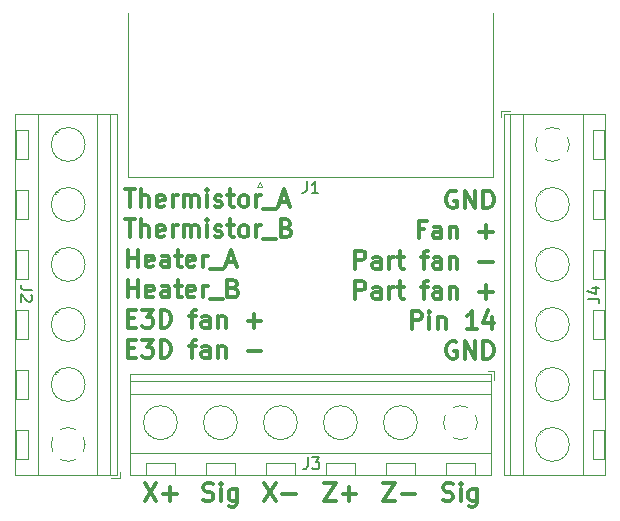
<source format=gbr>
%TF.GenerationSoftware,KiCad,Pcbnew,(5.0.2)-1*%
%TF.CreationDate,2019-01-23T22:57:56+01:00*%
%TF.ProjectId,VGA-Terminal,5647412d-5465-4726-9d69-6e616c2e6b69,rev?*%
%TF.SameCoordinates,Original*%
%TF.FileFunction,Legend,Top*%
%TF.FilePolarity,Positive*%
%FSLAX46Y46*%
G04 Gerber Fmt 4.6, Leading zero omitted, Abs format (unit mm)*
G04 Created by KiCad (PCBNEW (5.0.2)-1) date 23.01.2019 22:57:56*
%MOMM*%
%LPD*%
G01*
G04 APERTURE LIST*
%ADD10C,0.300000*%
%ADD11C,0.120000*%
%ADD12C,0.150000*%
G04 APERTURE END LIST*
D10*
X97837857Y-77303571D02*
X98695000Y-77303571D01*
X98266428Y-78803571D02*
X98266428Y-77303571D01*
X99195000Y-78803571D02*
X99195000Y-77303571D01*
X99837857Y-78803571D02*
X99837857Y-78017857D01*
X99766428Y-77875000D01*
X99623571Y-77803571D01*
X99409285Y-77803571D01*
X99266428Y-77875000D01*
X99195000Y-77946428D01*
X101123571Y-78732142D02*
X100980714Y-78803571D01*
X100695000Y-78803571D01*
X100552142Y-78732142D01*
X100480714Y-78589285D01*
X100480714Y-78017857D01*
X100552142Y-77875000D01*
X100695000Y-77803571D01*
X100980714Y-77803571D01*
X101123571Y-77875000D01*
X101195000Y-78017857D01*
X101195000Y-78160714D01*
X100480714Y-78303571D01*
X101837857Y-78803571D02*
X101837857Y-77803571D01*
X101837857Y-78089285D02*
X101909285Y-77946428D01*
X101980714Y-77875000D01*
X102123571Y-77803571D01*
X102266428Y-77803571D01*
X102766428Y-78803571D02*
X102766428Y-77803571D01*
X102766428Y-77946428D02*
X102837857Y-77875000D01*
X102980714Y-77803571D01*
X103195000Y-77803571D01*
X103337857Y-77875000D01*
X103409285Y-78017857D01*
X103409285Y-78803571D01*
X103409285Y-78017857D02*
X103480714Y-77875000D01*
X103623571Y-77803571D01*
X103837857Y-77803571D01*
X103980714Y-77875000D01*
X104052142Y-78017857D01*
X104052142Y-78803571D01*
X104766428Y-78803571D02*
X104766428Y-77803571D01*
X104766428Y-77303571D02*
X104695000Y-77375000D01*
X104766428Y-77446428D01*
X104837857Y-77375000D01*
X104766428Y-77303571D01*
X104766428Y-77446428D01*
X105409285Y-78732142D02*
X105552142Y-78803571D01*
X105837857Y-78803571D01*
X105980714Y-78732142D01*
X106052142Y-78589285D01*
X106052142Y-78517857D01*
X105980714Y-78375000D01*
X105837857Y-78303571D01*
X105623571Y-78303571D01*
X105480714Y-78232142D01*
X105409285Y-78089285D01*
X105409285Y-78017857D01*
X105480714Y-77875000D01*
X105623571Y-77803571D01*
X105837857Y-77803571D01*
X105980714Y-77875000D01*
X106480714Y-77803571D02*
X107052142Y-77803571D01*
X106695000Y-77303571D02*
X106695000Y-78589285D01*
X106766428Y-78732142D01*
X106909285Y-78803571D01*
X107052142Y-78803571D01*
X107766428Y-78803571D02*
X107623571Y-78732142D01*
X107552142Y-78660714D01*
X107480714Y-78517857D01*
X107480714Y-78089285D01*
X107552142Y-77946428D01*
X107623571Y-77875000D01*
X107766428Y-77803571D01*
X107980714Y-77803571D01*
X108123571Y-77875000D01*
X108195000Y-77946428D01*
X108266428Y-78089285D01*
X108266428Y-78517857D01*
X108195000Y-78660714D01*
X108123571Y-78732142D01*
X107980714Y-78803571D01*
X107766428Y-78803571D01*
X108909285Y-78803571D02*
X108909285Y-77803571D01*
X108909285Y-78089285D02*
X108980714Y-77946428D01*
X109052142Y-77875000D01*
X109195000Y-77803571D01*
X109337857Y-77803571D01*
X109480714Y-78946428D02*
X110623571Y-78946428D01*
X110909285Y-78375000D02*
X111623571Y-78375000D01*
X110766428Y-78803571D02*
X111266428Y-77303571D01*
X111766428Y-78803571D01*
X97837857Y-79853571D02*
X98695000Y-79853571D01*
X98266428Y-81353571D02*
X98266428Y-79853571D01*
X99195000Y-81353571D02*
X99195000Y-79853571D01*
X99837857Y-81353571D02*
X99837857Y-80567857D01*
X99766428Y-80425000D01*
X99623571Y-80353571D01*
X99409285Y-80353571D01*
X99266428Y-80425000D01*
X99195000Y-80496428D01*
X101123571Y-81282142D02*
X100980714Y-81353571D01*
X100695000Y-81353571D01*
X100552142Y-81282142D01*
X100480714Y-81139285D01*
X100480714Y-80567857D01*
X100552142Y-80425000D01*
X100695000Y-80353571D01*
X100980714Y-80353571D01*
X101123571Y-80425000D01*
X101195000Y-80567857D01*
X101195000Y-80710714D01*
X100480714Y-80853571D01*
X101837857Y-81353571D02*
X101837857Y-80353571D01*
X101837857Y-80639285D02*
X101909285Y-80496428D01*
X101980714Y-80425000D01*
X102123571Y-80353571D01*
X102266428Y-80353571D01*
X102766428Y-81353571D02*
X102766428Y-80353571D01*
X102766428Y-80496428D02*
X102837857Y-80425000D01*
X102980714Y-80353571D01*
X103195000Y-80353571D01*
X103337857Y-80425000D01*
X103409285Y-80567857D01*
X103409285Y-81353571D01*
X103409285Y-80567857D02*
X103480714Y-80425000D01*
X103623571Y-80353571D01*
X103837857Y-80353571D01*
X103980714Y-80425000D01*
X104052142Y-80567857D01*
X104052142Y-81353571D01*
X104766428Y-81353571D02*
X104766428Y-80353571D01*
X104766428Y-79853571D02*
X104695000Y-79925000D01*
X104766428Y-79996428D01*
X104837857Y-79925000D01*
X104766428Y-79853571D01*
X104766428Y-79996428D01*
X105409285Y-81282142D02*
X105552142Y-81353571D01*
X105837857Y-81353571D01*
X105980714Y-81282142D01*
X106052142Y-81139285D01*
X106052142Y-81067857D01*
X105980714Y-80925000D01*
X105837857Y-80853571D01*
X105623571Y-80853571D01*
X105480714Y-80782142D01*
X105409285Y-80639285D01*
X105409285Y-80567857D01*
X105480714Y-80425000D01*
X105623571Y-80353571D01*
X105837857Y-80353571D01*
X105980714Y-80425000D01*
X106480714Y-80353571D02*
X107052142Y-80353571D01*
X106695000Y-79853571D02*
X106695000Y-81139285D01*
X106766428Y-81282142D01*
X106909285Y-81353571D01*
X107052142Y-81353571D01*
X107766428Y-81353571D02*
X107623571Y-81282142D01*
X107552142Y-81210714D01*
X107480714Y-81067857D01*
X107480714Y-80639285D01*
X107552142Y-80496428D01*
X107623571Y-80425000D01*
X107766428Y-80353571D01*
X107980714Y-80353571D01*
X108123571Y-80425000D01*
X108195000Y-80496428D01*
X108266428Y-80639285D01*
X108266428Y-81067857D01*
X108195000Y-81210714D01*
X108123571Y-81282142D01*
X107980714Y-81353571D01*
X107766428Y-81353571D01*
X108909285Y-81353571D02*
X108909285Y-80353571D01*
X108909285Y-80639285D02*
X108980714Y-80496428D01*
X109052142Y-80425000D01*
X109195000Y-80353571D01*
X109337857Y-80353571D01*
X109480714Y-81496428D02*
X110623571Y-81496428D01*
X111480714Y-80567857D02*
X111695000Y-80639285D01*
X111766428Y-80710714D01*
X111837857Y-80853571D01*
X111837857Y-81067857D01*
X111766428Y-81210714D01*
X111695000Y-81282142D01*
X111552142Y-81353571D01*
X110980714Y-81353571D01*
X110980714Y-79853571D01*
X111480714Y-79853571D01*
X111623571Y-79925000D01*
X111695000Y-79996428D01*
X111766428Y-80139285D01*
X111766428Y-80282142D01*
X111695000Y-80425000D01*
X111623571Y-80496428D01*
X111480714Y-80567857D01*
X110980714Y-80567857D01*
X98052142Y-83903571D02*
X98052142Y-82403571D01*
X98052142Y-83117857D02*
X98909285Y-83117857D01*
X98909285Y-83903571D02*
X98909285Y-82403571D01*
X100195000Y-83832142D02*
X100052142Y-83903571D01*
X99766428Y-83903571D01*
X99623571Y-83832142D01*
X99552142Y-83689285D01*
X99552142Y-83117857D01*
X99623571Y-82975000D01*
X99766428Y-82903571D01*
X100052142Y-82903571D01*
X100195000Y-82975000D01*
X100266428Y-83117857D01*
X100266428Y-83260714D01*
X99552142Y-83403571D01*
X101552142Y-83903571D02*
X101552142Y-83117857D01*
X101480714Y-82975000D01*
X101337857Y-82903571D01*
X101052142Y-82903571D01*
X100909285Y-82975000D01*
X101552142Y-83832142D02*
X101409285Y-83903571D01*
X101052142Y-83903571D01*
X100909285Y-83832142D01*
X100837857Y-83689285D01*
X100837857Y-83546428D01*
X100909285Y-83403571D01*
X101052142Y-83332142D01*
X101409285Y-83332142D01*
X101552142Y-83260714D01*
X102052142Y-82903571D02*
X102623571Y-82903571D01*
X102266428Y-82403571D02*
X102266428Y-83689285D01*
X102337857Y-83832142D01*
X102480714Y-83903571D01*
X102623571Y-83903571D01*
X103695000Y-83832142D02*
X103552142Y-83903571D01*
X103266428Y-83903571D01*
X103123571Y-83832142D01*
X103052142Y-83689285D01*
X103052142Y-83117857D01*
X103123571Y-82975000D01*
X103266428Y-82903571D01*
X103552142Y-82903571D01*
X103695000Y-82975000D01*
X103766428Y-83117857D01*
X103766428Y-83260714D01*
X103052142Y-83403571D01*
X104409285Y-83903571D02*
X104409285Y-82903571D01*
X104409285Y-83189285D02*
X104480714Y-83046428D01*
X104552142Y-82975000D01*
X104695000Y-82903571D01*
X104837857Y-82903571D01*
X104980714Y-84046428D02*
X106123571Y-84046428D01*
X106409285Y-83475000D02*
X107123571Y-83475000D01*
X106266428Y-83903571D02*
X106766428Y-82403571D01*
X107266428Y-83903571D01*
X98052142Y-86453571D02*
X98052142Y-84953571D01*
X98052142Y-85667857D02*
X98909285Y-85667857D01*
X98909285Y-86453571D02*
X98909285Y-84953571D01*
X100195000Y-86382142D02*
X100052142Y-86453571D01*
X99766428Y-86453571D01*
X99623571Y-86382142D01*
X99552142Y-86239285D01*
X99552142Y-85667857D01*
X99623571Y-85525000D01*
X99766428Y-85453571D01*
X100052142Y-85453571D01*
X100195000Y-85525000D01*
X100266428Y-85667857D01*
X100266428Y-85810714D01*
X99552142Y-85953571D01*
X101552142Y-86453571D02*
X101552142Y-85667857D01*
X101480714Y-85525000D01*
X101337857Y-85453571D01*
X101052142Y-85453571D01*
X100909285Y-85525000D01*
X101552142Y-86382142D02*
X101409285Y-86453571D01*
X101052142Y-86453571D01*
X100909285Y-86382142D01*
X100837857Y-86239285D01*
X100837857Y-86096428D01*
X100909285Y-85953571D01*
X101052142Y-85882142D01*
X101409285Y-85882142D01*
X101552142Y-85810714D01*
X102052142Y-85453571D02*
X102623571Y-85453571D01*
X102266428Y-84953571D02*
X102266428Y-86239285D01*
X102337857Y-86382142D01*
X102480714Y-86453571D01*
X102623571Y-86453571D01*
X103695000Y-86382142D02*
X103552142Y-86453571D01*
X103266428Y-86453571D01*
X103123571Y-86382142D01*
X103052142Y-86239285D01*
X103052142Y-85667857D01*
X103123571Y-85525000D01*
X103266428Y-85453571D01*
X103552142Y-85453571D01*
X103695000Y-85525000D01*
X103766428Y-85667857D01*
X103766428Y-85810714D01*
X103052142Y-85953571D01*
X104409285Y-86453571D02*
X104409285Y-85453571D01*
X104409285Y-85739285D02*
X104480714Y-85596428D01*
X104552142Y-85525000D01*
X104695000Y-85453571D01*
X104837857Y-85453571D01*
X104980714Y-86596428D02*
X106123571Y-86596428D01*
X106980714Y-85667857D02*
X107195000Y-85739285D01*
X107266428Y-85810714D01*
X107337857Y-85953571D01*
X107337857Y-86167857D01*
X107266428Y-86310714D01*
X107195000Y-86382142D01*
X107052142Y-86453571D01*
X106480714Y-86453571D01*
X106480714Y-84953571D01*
X106980714Y-84953571D01*
X107123571Y-85025000D01*
X107195000Y-85096428D01*
X107266428Y-85239285D01*
X107266428Y-85382142D01*
X107195000Y-85525000D01*
X107123571Y-85596428D01*
X106980714Y-85667857D01*
X106480714Y-85667857D01*
X98052142Y-88217857D02*
X98552142Y-88217857D01*
X98766428Y-89003571D02*
X98052142Y-89003571D01*
X98052142Y-87503571D01*
X98766428Y-87503571D01*
X99266428Y-87503571D02*
X100195000Y-87503571D01*
X99695000Y-88075000D01*
X99909285Y-88075000D01*
X100052142Y-88146428D01*
X100123571Y-88217857D01*
X100195000Y-88360714D01*
X100195000Y-88717857D01*
X100123571Y-88860714D01*
X100052142Y-88932142D01*
X99909285Y-89003571D01*
X99480714Y-89003571D01*
X99337857Y-88932142D01*
X99266428Y-88860714D01*
X100837857Y-89003571D02*
X100837857Y-87503571D01*
X101195000Y-87503571D01*
X101409285Y-87575000D01*
X101552142Y-87717857D01*
X101623571Y-87860714D01*
X101695000Y-88146428D01*
X101695000Y-88360714D01*
X101623571Y-88646428D01*
X101552142Y-88789285D01*
X101409285Y-88932142D01*
X101195000Y-89003571D01*
X100837857Y-89003571D01*
X103266428Y-88003571D02*
X103837857Y-88003571D01*
X103480714Y-89003571D02*
X103480714Y-87717857D01*
X103552142Y-87575000D01*
X103695000Y-87503571D01*
X103837857Y-87503571D01*
X104980714Y-89003571D02*
X104980714Y-88217857D01*
X104909285Y-88075000D01*
X104766428Y-88003571D01*
X104480714Y-88003571D01*
X104337857Y-88075000D01*
X104980714Y-88932142D02*
X104837857Y-89003571D01*
X104480714Y-89003571D01*
X104337857Y-88932142D01*
X104266428Y-88789285D01*
X104266428Y-88646428D01*
X104337857Y-88503571D01*
X104480714Y-88432142D01*
X104837857Y-88432142D01*
X104980714Y-88360714D01*
X105695000Y-88003571D02*
X105695000Y-89003571D01*
X105695000Y-88146428D02*
X105766428Y-88075000D01*
X105909285Y-88003571D01*
X106123571Y-88003571D01*
X106266428Y-88075000D01*
X106337857Y-88217857D01*
X106337857Y-89003571D01*
X108195000Y-88432142D02*
X109337857Y-88432142D01*
X108766428Y-89003571D02*
X108766428Y-87860714D01*
X98052142Y-90767857D02*
X98552142Y-90767857D01*
X98766428Y-91553571D02*
X98052142Y-91553571D01*
X98052142Y-90053571D01*
X98766428Y-90053571D01*
X99266428Y-90053571D02*
X100195000Y-90053571D01*
X99695000Y-90625000D01*
X99909285Y-90625000D01*
X100052142Y-90696428D01*
X100123571Y-90767857D01*
X100195000Y-90910714D01*
X100195000Y-91267857D01*
X100123571Y-91410714D01*
X100052142Y-91482142D01*
X99909285Y-91553571D01*
X99480714Y-91553571D01*
X99337857Y-91482142D01*
X99266428Y-91410714D01*
X100837857Y-91553571D02*
X100837857Y-90053571D01*
X101195000Y-90053571D01*
X101409285Y-90125000D01*
X101552142Y-90267857D01*
X101623571Y-90410714D01*
X101695000Y-90696428D01*
X101695000Y-90910714D01*
X101623571Y-91196428D01*
X101552142Y-91339285D01*
X101409285Y-91482142D01*
X101195000Y-91553571D01*
X100837857Y-91553571D01*
X103266428Y-90553571D02*
X103837857Y-90553571D01*
X103480714Y-91553571D02*
X103480714Y-90267857D01*
X103552142Y-90125000D01*
X103695000Y-90053571D01*
X103837857Y-90053571D01*
X104980714Y-91553571D02*
X104980714Y-90767857D01*
X104909285Y-90625000D01*
X104766428Y-90553571D01*
X104480714Y-90553571D01*
X104337857Y-90625000D01*
X104980714Y-91482142D02*
X104837857Y-91553571D01*
X104480714Y-91553571D01*
X104337857Y-91482142D01*
X104266428Y-91339285D01*
X104266428Y-91196428D01*
X104337857Y-91053571D01*
X104480714Y-90982142D01*
X104837857Y-90982142D01*
X104980714Y-90910714D01*
X105695000Y-90553571D02*
X105695000Y-91553571D01*
X105695000Y-90696428D02*
X105766428Y-90625000D01*
X105909285Y-90553571D01*
X106123571Y-90553571D01*
X106266428Y-90625000D01*
X106337857Y-90767857D01*
X106337857Y-91553571D01*
X108195000Y-90982142D02*
X109337857Y-90982142D01*
X125876428Y-77475000D02*
X125733571Y-77403571D01*
X125519285Y-77403571D01*
X125305000Y-77475000D01*
X125162142Y-77617857D01*
X125090714Y-77760714D01*
X125019285Y-78046428D01*
X125019285Y-78260714D01*
X125090714Y-78546428D01*
X125162142Y-78689285D01*
X125305000Y-78832142D01*
X125519285Y-78903571D01*
X125662142Y-78903571D01*
X125876428Y-78832142D01*
X125947857Y-78760714D01*
X125947857Y-78260714D01*
X125662142Y-78260714D01*
X126590714Y-78903571D02*
X126590714Y-77403571D01*
X127447857Y-78903571D01*
X127447857Y-77403571D01*
X128162142Y-78903571D02*
X128162142Y-77403571D01*
X128519285Y-77403571D01*
X128733571Y-77475000D01*
X128876428Y-77617857D01*
X128947857Y-77760714D01*
X129019285Y-78046428D01*
X129019285Y-78260714D01*
X128947857Y-78546428D01*
X128876428Y-78689285D01*
X128733571Y-78832142D01*
X128519285Y-78903571D01*
X128162142Y-78903571D01*
X123162142Y-80667857D02*
X122662142Y-80667857D01*
X122662142Y-81453571D02*
X122662142Y-79953571D01*
X123376428Y-79953571D01*
X124590714Y-81453571D02*
X124590714Y-80667857D01*
X124519285Y-80525000D01*
X124376428Y-80453571D01*
X124090714Y-80453571D01*
X123947857Y-80525000D01*
X124590714Y-81382142D02*
X124447857Y-81453571D01*
X124090714Y-81453571D01*
X123947857Y-81382142D01*
X123876428Y-81239285D01*
X123876428Y-81096428D01*
X123947857Y-80953571D01*
X124090714Y-80882142D01*
X124447857Y-80882142D01*
X124590714Y-80810714D01*
X125305000Y-80453571D02*
X125305000Y-81453571D01*
X125305000Y-80596428D02*
X125376428Y-80525000D01*
X125519285Y-80453571D01*
X125733571Y-80453571D01*
X125876428Y-80525000D01*
X125947857Y-80667857D01*
X125947857Y-81453571D01*
X127805000Y-80882142D02*
X128947857Y-80882142D01*
X128376428Y-81453571D02*
X128376428Y-80310714D01*
X117305000Y-84003571D02*
X117305000Y-82503571D01*
X117876428Y-82503571D01*
X118019285Y-82575000D01*
X118090714Y-82646428D01*
X118162142Y-82789285D01*
X118162142Y-83003571D01*
X118090714Y-83146428D01*
X118019285Y-83217857D01*
X117876428Y-83289285D01*
X117305000Y-83289285D01*
X119447857Y-84003571D02*
X119447857Y-83217857D01*
X119376428Y-83075000D01*
X119233571Y-83003571D01*
X118947857Y-83003571D01*
X118805000Y-83075000D01*
X119447857Y-83932142D02*
X119305000Y-84003571D01*
X118947857Y-84003571D01*
X118805000Y-83932142D01*
X118733571Y-83789285D01*
X118733571Y-83646428D01*
X118805000Y-83503571D01*
X118947857Y-83432142D01*
X119305000Y-83432142D01*
X119447857Y-83360714D01*
X120162142Y-84003571D02*
X120162142Y-83003571D01*
X120162142Y-83289285D02*
X120233571Y-83146428D01*
X120305000Y-83075000D01*
X120447857Y-83003571D01*
X120590714Y-83003571D01*
X120876428Y-83003571D02*
X121447857Y-83003571D01*
X121090714Y-82503571D02*
X121090714Y-83789285D01*
X121162142Y-83932142D01*
X121305000Y-84003571D01*
X121447857Y-84003571D01*
X122876428Y-83003571D02*
X123447857Y-83003571D01*
X123090714Y-84003571D02*
X123090714Y-82717857D01*
X123162142Y-82575000D01*
X123305000Y-82503571D01*
X123447857Y-82503571D01*
X124590714Y-84003571D02*
X124590714Y-83217857D01*
X124519285Y-83075000D01*
X124376428Y-83003571D01*
X124090714Y-83003571D01*
X123947857Y-83075000D01*
X124590714Y-83932142D02*
X124447857Y-84003571D01*
X124090714Y-84003571D01*
X123947857Y-83932142D01*
X123876428Y-83789285D01*
X123876428Y-83646428D01*
X123947857Y-83503571D01*
X124090714Y-83432142D01*
X124447857Y-83432142D01*
X124590714Y-83360714D01*
X125305000Y-83003571D02*
X125305000Y-84003571D01*
X125305000Y-83146428D02*
X125376428Y-83075000D01*
X125519285Y-83003571D01*
X125733571Y-83003571D01*
X125876428Y-83075000D01*
X125947857Y-83217857D01*
X125947857Y-84003571D01*
X127805000Y-83432142D02*
X128947857Y-83432142D01*
X117305000Y-86553571D02*
X117305000Y-85053571D01*
X117876428Y-85053571D01*
X118019285Y-85125000D01*
X118090714Y-85196428D01*
X118162142Y-85339285D01*
X118162142Y-85553571D01*
X118090714Y-85696428D01*
X118019285Y-85767857D01*
X117876428Y-85839285D01*
X117305000Y-85839285D01*
X119447857Y-86553571D02*
X119447857Y-85767857D01*
X119376428Y-85625000D01*
X119233571Y-85553571D01*
X118947857Y-85553571D01*
X118805000Y-85625000D01*
X119447857Y-86482142D02*
X119305000Y-86553571D01*
X118947857Y-86553571D01*
X118805000Y-86482142D01*
X118733571Y-86339285D01*
X118733571Y-86196428D01*
X118805000Y-86053571D01*
X118947857Y-85982142D01*
X119305000Y-85982142D01*
X119447857Y-85910714D01*
X120162142Y-86553571D02*
X120162142Y-85553571D01*
X120162142Y-85839285D02*
X120233571Y-85696428D01*
X120305000Y-85625000D01*
X120447857Y-85553571D01*
X120590714Y-85553571D01*
X120876428Y-85553571D02*
X121447857Y-85553571D01*
X121090714Y-85053571D02*
X121090714Y-86339285D01*
X121162142Y-86482142D01*
X121305000Y-86553571D01*
X121447857Y-86553571D01*
X122876428Y-85553571D02*
X123447857Y-85553571D01*
X123090714Y-86553571D02*
X123090714Y-85267857D01*
X123162142Y-85125000D01*
X123305000Y-85053571D01*
X123447857Y-85053571D01*
X124590714Y-86553571D02*
X124590714Y-85767857D01*
X124519285Y-85625000D01*
X124376428Y-85553571D01*
X124090714Y-85553571D01*
X123947857Y-85625000D01*
X124590714Y-86482142D02*
X124447857Y-86553571D01*
X124090714Y-86553571D01*
X123947857Y-86482142D01*
X123876428Y-86339285D01*
X123876428Y-86196428D01*
X123947857Y-86053571D01*
X124090714Y-85982142D01*
X124447857Y-85982142D01*
X124590714Y-85910714D01*
X125305000Y-85553571D02*
X125305000Y-86553571D01*
X125305000Y-85696428D02*
X125376428Y-85625000D01*
X125519285Y-85553571D01*
X125733571Y-85553571D01*
X125876428Y-85625000D01*
X125947857Y-85767857D01*
X125947857Y-86553571D01*
X127805000Y-85982142D02*
X128947857Y-85982142D01*
X128376428Y-86553571D02*
X128376428Y-85410714D01*
X122090714Y-89103571D02*
X122090714Y-87603571D01*
X122662142Y-87603571D01*
X122805000Y-87675000D01*
X122876428Y-87746428D01*
X122947857Y-87889285D01*
X122947857Y-88103571D01*
X122876428Y-88246428D01*
X122805000Y-88317857D01*
X122662142Y-88389285D01*
X122090714Y-88389285D01*
X123590714Y-89103571D02*
X123590714Y-88103571D01*
X123590714Y-87603571D02*
X123519285Y-87675000D01*
X123590714Y-87746428D01*
X123662142Y-87675000D01*
X123590714Y-87603571D01*
X123590714Y-87746428D01*
X124305000Y-88103571D02*
X124305000Y-89103571D01*
X124305000Y-88246428D02*
X124376428Y-88175000D01*
X124519285Y-88103571D01*
X124733571Y-88103571D01*
X124876428Y-88175000D01*
X124947857Y-88317857D01*
X124947857Y-89103571D01*
X127590714Y-89103571D02*
X126733571Y-89103571D01*
X127162142Y-89103571D02*
X127162142Y-87603571D01*
X127019285Y-87817857D01*
X126876428Y-87960714D01*
X126733571Y-88032142D01*
X128876428Y-88103571D02*
X128876428Y-89103571D01*
X128519285Y-87532142D02*
X128162142Y-88603571D01*
X129090714Y-88603571D01*
X125876428Y-90225000D02*
X125733571Y-90153571D01*
X125519285Y-90153571D01*
X125305000Y-90225000D01*
X125162142Y-90367857D01*
X125090714Y-90510714D01*
X125019285Y-90796428D01*
X125019285Y-91010714D01*
X125090714Y-91296428D01*
X125162142Y-91439285D01*
X125305000Y-91582142D01*
X125519285Y-91653571D01*
X125662142Y-91653571D01*
X125876428Y-91582142D01*
X125947857Y-91510714D01*
X125947857Y-91010714D01*
X125662142Y-91010714D01*
X126590714Y-91653571D02*
X126590714Y-90153571D01*
X127447857Y-91653571D01*
X127447857Y-90153571D01*
X128162142Y-91653571D02*
X128162142Y-90153571D01*
X128519285Y-90153571D01*
X128733571Y-90225000D01*
X128876428Y-90367857D01*
X128947857Y-90510714D01*
X129019285Y-90796428D01*
X129019285Y-91010714D01*
X128947857Y-91296428D01*
X128876428Y-91439285D01*
X128733571Y-91582142D01*
X128519285Y-91653571D01*
X128162142Y-91653571D01*
X124735714Y-103607142D02*
X124950000Y-103678571D01*
X125307142Y-103678571D01*
X125450000Y-103607142D01*
X125521428Y-103535714D01*
X125592857Y-103392857D01*
X125592857Y-103250000D01*
X125521428Y-103107142D01*
X125450000Y-103035714D01*
X125307142Y-102964285D01*
X125021428Y-102892857D01*
X124878571Y-102821428D01*
X124807142Y-102750000D01*
X124735714Y-102607142D01*
X124735714Y-102464285D01*
X124807142Y-102321428D01*
X124878571Y-102250000D01*
X125021428Y-102178571D01*
X125378571Y-102178571D01*
X125592857Y-102250000D01*
X126235714Y-103678571D02*
X126235714Y-102678571D01*
X126235714Y-102178571D02*
X126164285Y-102250000D01*
X126235714Y-102321428D01*
X126307142Y-102250000D01*
X126235714Y-102178571D01*
X126235714Y-102321428D01*
X127592857Y-102678571D02*
X127592857Y-103892857D01*
X127521428Y-104035714D01*
X127450000Y-104107142D01*
X127307142Y-104178571D01*
X127092857Y-104178571D01*
X126950000Y-104107142D01*
X127592857Y-103607142D02*
X127450000Y-103678571D01*
X127164285Y-103678571D01*
X127021428Y-103607142D01*
X126950000Y-103535714D01*
X126878571Y-103392857D01*
X126878571Y-102964285D01*
X126950000Y-102821428D01*
X127021428Y-102750000D01*
X127164285Y-102678571D01*
X127450000Y-102678571D01*
X127592857Y-102750000D01*
X119653228Y-102175571D02*
X120653228Y-102175571D01*
X119653228Y-103675571D01*
X120653228Y-103675571D01*
X121224657Y-103104142D02*
X122367514Y-103104142D01*
X114671428Y-102178571D02*
X115671428Y-102178571D01*
X114671428Y-103678571D01*
X115671428Y-103678571D01*
X116242857Y-103107142D02*
X117385714Y-103107142D01*
X116814285Y-103678571D02*
X116814285Y-102535714D01*
X109569428Y-102150171D02*
X110569428Y-103650171D01*
X110569428Y-102150171D02*
X109569428Y-103650171D01*
X111140857Y-103078742D02*
X112283714Y-103078742D01*
X104435714Y-103607142D02*
X104650000Y-103678571D01*
X105007142Y-103678571D01*
X105150000Y-103607142D01*
X105221428Y-103535714D01*
X105292857Y-103392857D01*
X105292857Y-103250000D01*
X105221428Y-103107142D01*
X105150000Y-103035714D01*
X105007142Y-102964285D01*
X104721428Y-102892857D01*
X104578571Y-102821428D01*
X104507142Y-102750000D01*
X104435714Y-102607142D01*
X104435714Y-102464285D01*
X104507142Y-102321428D01*
X104578571Y-102250000D01*
X104721428Y-102178571D01*
X105078571Y-102178571D01*
X105292857Y-102250000D01*
X105935714Y-103678571D02*
X105935714Y-102678571D01*
X105935714Y-102178571D02*
X105864285Y-102250000D01*
X105935714Y-102321428D01*
X106007142Y-102250000D01*
X105935714Y-102178571D01*
X105935714Y-102321428D01*
X107292857Y-102678571D02*
X107292857Y-103892857D01*
X107221428Y-104035714D01*
X107150000Y-104107142D01*
X107007142Y-104178571D01*
X106792857Y-104178571D01*
X106650000Y-104107142D01*
X107292857Y-103607142D02*
X107150000Y-103678571D01*
X106864285Y-103678571D01*
X106721428Y-103607142D01*
X106650000Y-103535714D01*
X106578571Y-103392857D01*
X106578571Y-102964285D01*
X106650000Y-102821428D01*
X106721428Y-102750000D01*
X106864285Y-102678571D01*
X107150000Y-102678571D01*
X107292857Y-102750000D01*
X99471428Y-102178571D02*
X100471428Y-103678571D01*
X100471428Y-102178571D02*
X99471428Y-103678571D01*
X101042857Y-103107142D02*
X102185714Y-103107142D01*
X101614285Y-103678571D02*
X101614285Y-102535714D01*
D11*
X129650000Y-70660000D02*
X129650000Y-71160000D01*
X130390000Y-70660000D02*
X129650000Y-70660000D01*
X138400000Y-100150000D02*
X137400000Y-100150000D01*
X138400000Y-97650000D02*
X137400000Y-97650000D01*
X137400000Y-97650000D02*
X137400000Y-100150000D01*
X138400000Y-97650000D02*
X138400000Y-100150000D01*
X133150000Y-97876000D02*
X133090000Y-97816000D01*
X135085000Y-99811000D02*
X135045000Y-99771000D01*
X132955000Y-98030000D02*
X132915000Y-97990000D01*
X134910000Y-99985000D02*
X134851000Y-99925000D01*
X138400000Y-95070000D02*
X137400000Y-95070000D01*
X138400000Y-92570000D02*
X137400000Y-92570000D01*
X137400000Y-92570000D02*
X137400000Y-95070000D01*
X138400000Y-92570000D02*
X138400000Y-95070000D01*
X133150000Y-92796000D02*
X133090000Y-92736000D01*
X135085000Y-94731000D02*
X135045000Y-94691000D01*
X132955000Y-92950000D02*
X132915000Y-92910000D01*
X134910000Y-94905000D02*
X134851000Y-94845000D01*
X138400000Y-89990000D02*
X137400000Y-89990000D01*
X138400000Y-87490000D02*
X137400000Y-87490000D01*
X137400000Y-87490000D02*
X137400000Y-89990000D01*
X138400000Y-87490000D02*
X138400000Y-89990000D01*
X133150000Y-87716000D02*
X133090000Y-87656000D01*
X135085000Y-89651000D02*
X135045000Y-89611000D01*
X132955000Y-87870000D02*
X132915000Y-87830000D01*
X134910000Y-89825000D02*
X134851000Y-89765000D01*
X138400000Y-84910000D02*
X137400000Y-84910000D01*
X138400000Y-82410000D02*
X137400000Y-82410000D01*
X137400000Y-82410000D02*
X137400000Y-84910000D01*
X138400000Y-82410000D02*
X138400000Y-84910000D01*
X133150000Y-82636000D02*
X133090000Y-82576000D01*
X135085000Y-84571000D02*
X135045000Y-84531000D01*
X132955000Y-82790000D02*
X132915000Y-82750000D01*
X134910000Y-84745000D02*
X134851000Y-84685000D01*
X138400000Y-79830000D02*
X137400000Y-79830000D01*
X138400000Y-77330000D02*
X137400000Y-77330000D01*
X137400000Y-77330000D02*
X137400000Y-79830000D01*
X138400000Y-77330000D02*
X138400000Y-79830000D01*
X133150000Y-77556000D02*
X133090000Y-77496000D01*
X135085000Y-79491000D02*
X135045000Y-79451000D01*
X132955000Y-77710000D02*
X132915000Y-77670000D01*
X134910000Y-79665000D02*
X134851000Y-79605000D01*
X138400000Y-74750000D02*
X137400000Y-74750000D01*
X138400000Y-72250000D02*
X137400000Y-72250000D01*
X137400000Y-72250000D02*
X137400000Y-74750000D01*
X138400000Y-72250000D02*
X138400000Y-74750000D01*
X138460000Y-101500000D02*
X129890000Y-101500000D01*
X138460000Y-70900000D02*
X129890000Y-70900000D01*
X129890000Y-70900000D02*
X129890000Y-101500000D01*
X138460000Y-70900000D02*
X138460000Y-101500000D01*
X136550000Y-70900000D02*
X136550000Y-101500000D01*
X131550000Y-70900000D02*
X131550000Y-101500000D01*
X130450000Y-70900000D02*
X130450000Y-101500000D01*
X135430000Y-98900000D02*
G75*
G03X135430000Y-98900000I-1430000J0D01*
G01*
X135430000Y-93820000D02*
G75*
G03X135430000Y-93820000I-1430000J0D01*
G01*
X135430000Y-88740000D02*
G75*
G03X135430000Y-88740000I-1430000J0D01*
G01*
X135430000Y-83660000D02*
G75*
G03X135430000Y-83660000I-1430000J0D01*
G01*
X135430000Y-78580000D02*
G75*
G03X135430000Y-78580000I-1430000J0D01*
G01*
X132569060Y-73524280D02*
G75*
G02X132714000Y-72872000I1430940J24280D01*
G01*
X133373254Y-72213389D02*
G75*
G02X134628000Y-72214000I626746J-1286611D01*
G01*
X135285824Y-72872638D02*
G75*
G02X135286000Y-74127000I-1285824J-627362D01*
G01*
X134627362Y-74785824D02*
G75*
G02X133373000Y-74786000I-627362J1285824D01*
G01*
X132714725Y-74126871D02*
G75*
G02X132570000Y-73500000I1285275J626871D01*
G01*
X125585729Y-95768125D02*
G75*
G02X126212600Y-95623400I626871J-1285275D01*
G01*
X124926776Y-97680762D02*
G75*
G02X124926600Y-96426400I1285824J627362D01*
G01*
X126839962Y-98339224D02*
G75*
G02X125585600Y-98339400I-627362J1285824D01*
G01*
X127499211Y-96426654D02*
G75*
G02X127498600Y-97681400I-1286611J-626746D01*
G01*
X126188320Y-95622460D02*
G75*
G02X126840600Y-95767400I24280J-1430940D01*
G01*
X122562600Y-97053400D02*
G75*
G03X122562600Y-97053400I-1430000J0D01*
G01*
X117482600Y-97053400D02*
G75*
G03X117482600Y-97053400I-1430000J0D01*
G01*
X112402600Y-97053400D02*
G75*
G03X112402600Y-97053400I-1430000J0D01*
G01*
X107322600Y-97053400D02*
G75*
G03X107322600Y-97053400I-1430000J0D01*
G01*
X102242600Y-97053400D02*
G75*
G03X102242600Y-97053400I-1430000J0D01*
G01*
X128812600Y-93503400D02*
X98212600Y-93503400D01*
X128812600Y-94603400D02*
X98212600Y-94603400D01*
X128812600Y-99603400D02*
X98212600Y-99603400D01*
X128812600Y-101513400D02*
X98212600Y-101513400D01*
X128812600Y-92943400D02*
X98212600Y-92943400D01*
X128812600Y-101513400D02*
X128812600Y-92943400D01*
X98212600Y-101513400D02*
X98212600Y-92943400D01*
X127462600Y-101453400D02*
X124962600Y-101453400D01*
X127462600Y-100453400D02*
X124962600Y-100453400D01*
X127462600Y-101453400D02*
X127462600Y-100453400D01*
X124962600Y-101453400D02*
X124962600Y-100453400D01*
X120047600Y-97963400D02*
X120107600Y-97904400D01*
X122002600Y-96008400D02*
X122042600Y-95968400D01*
X120221600Y-98138400D02*
X120261600Y-98098400D01*
X122156600Y-96203400D02*
X122216600Y-96143400D01*
X122382600Y-101453400D02*
X119882600Y-101453400D01*
X122382600Y-100453400D02*
X119882600Y-100453400D01*
X122382600Y-101453400D02*
X122382600Y-100453400D01*
X119882600Y-101453400D02*
X119882600Y-100453400D01*
X114967600Y-97963400D02*
X115027600Y-97904400D01*
X116922600Y-96008400D02*
X116962600Y-95968400D01*
X115141600Y-98138400D02*
X115181600Y-98098400D01*
X117076600Y-96203400D02*
X117136600Y-96143400D01*
X117302600Y-101453400D02*
X114802600Y-101453400D01*
X117302600Y-100453400D02*
X114802600Y-100453400D01*
X117302600Y-101453400D02*
X117302600Y-100453400D01*
X114802600Y-101453400D02*
X114802600Y-100453400D01*
X109887600Y-97963400D02*
X109947600Y-97904400D01*
X111842600Y-96008400D02*
X111882600Y-95968400D01*
X110061600Y-98138400D02*
X110101600Y-98098400D01*
X111996600Y-96203400D02*
X112056600Y-96143400D01*
X112222600Y-101453400D02*
X109722600Y-101453400D01*
X112222600Y-100453400D02*
X109722600Y-100453400D01*
X112222600Y-101453400D02*
X112222600Y-100453400D01*
X109722600Y-101453400D02*
X109722600Y-100453400D01*
X104807600Y-97963400D02*
X104867600Y-97904400D01*
X106762600Y-96008400D02*
X106802600Y-95968400D01*
X104981600Y-98138400D02*
X105021600Y-98098400D01*
X106916600Y-96203400D02*
X106976600Y-96143400D01*
X107142600Y-101453400D02*
X104642600Y-101453400D01*
X107142600Y-100453400D02*
X104642600Y-100453400D01*
X107142600Y-101453400D02*
X107142600Y-100453400D01*
X104642600Y-101453400D02*
X104642600Y-100453400D01*
X99727600Y-97963400D02*
X99787600Y-97904400D01*
X101682600Y-96008400D02*
X101722600Y-95968400D01*
X99901600Y-98138400D02*
X99941600Y-98098400D01*
X101836600Y-96203400D02*
X101896600Y-96143400D01*
X102062600Y-101453400D02*
X99562600Y-101453400D01*
X102062600Y-100453400D02*
X99562600Y-100453400D01*
X102062600Y-101453400D02*
X102062600Y-100453400D01*
X99562600Y-101453400D02*
X99562600Y-100453400D01*
X129052600Y-93443400D02*
X129052600Y-92703400D01*
X129052600Y-92703400D02*
X128552600Y-92703400D01*
X94285275Y-98273129D02*
G75*
G02X94430000Y-98900000I-1285275J-626871D01*
G01*
X92372638Y-97614176D02*
G75*
G02X93627000Y-97614000I627362J-1285824D01*
G01*
X91714176Y-99527362D02*
G75*
G02X91714000Y-98273000I1285824J627362D01*
G01*
X93626746Y-100186611D02*
G75*
G02X92372000Y-100186000I-626746J1286611D01*
G01*
X94430940Y-98875720D02*
G75*
G02X94286000Y-99528000I-1430940J-24280D01*
G01*
X94430000Y-93820000D02*
G75*
G03X94430000Y-93820000I-1430000J0D01*
G01*
X94430000Y-88740000D02*
G75*
G03X94430000Y-88740000I-1430000J0D01*
G01*
X94430000Y-83660000D02*
G75*
G03X94430000Y-83660000I-1430000J0D01*
G01*
X94430000Y-78580000D02*
G75*
G03X94430000Y-78580000I-1430000J0D01*
G01*
X94430000Y-73500000D02*
G75*
G03X94430000Y-73500000I-1430000J0D01*
G01*
X96550000Y-101500000D02*
X96550000Y-70900000D01*
X95450000Y-101500000D02*
X95450000Y-70900000D01*
X90450000Y-101500000D02*
X90450000Y-70900000D01*
X88540000Y-101500000D02*
X88540000Y-70900000D01*
X97110000Y-101500000D02*
X97110000Y-70900000D01*
X88540000Y-101500000D02*
X97110000Y-101500000D01*
X88540000Y-70900000D02*
X97110000Y-70900000D01*
X88600000Y-100150000D02*
X88600000Y-97650000D01*
X89600000Y-100150000D02*
X89600000Y-97650000D01*
X88600000Y-100150000D02*
X89600000Y-100150000D01*
X88600000Y-97650000D02*
X89600000Y-97650000D01*
X92090000Y-92735000D02*
X92149000Y-92795000D01*
X94045000Y-94690000D02*
X94085000Y-94730000D01*
X91915000Y-92909000D02*
X91955000Y-92949000D01*
X93850000Y-94844000D02*
X93910000Y-94904000D01*
X88600000Y-95070000D02*
X88600000Y-92570000D01*
X89600000Y-95070000D02*
X89600000Y-92570000D01*
X88600000Y-95070000D02*
X89600000Y-95070000D01*
X88600000Y-92570000D02*
X89600000Y-92570000D01*
X92090000Y-87655000D02*
X92149000Y-87715000D01*
X94045000Y-89610000D02*
X94085000Y-89650000D01*
X91915000Y-87829000D02*
X91955000Y-87869000D01*
X93850000Y-89764000D02*
X93910000Y-89824000D01*
X88600000Y-89990000D02*
X88600000Y-87490000D01*
X89600000Y-89990000D02*
X89600000Y-87490000D01*
X88600000Y-89990000D02*
X89600000Y-89990000D01*
X88600000Y-87490000D02*
X89600000Y-87490000D01*
X92090000Y-82575000D02*
X92149000Y-82635000D01*
X94045000Y-84530000D02*
X94085000Y-84570000D01*
X91915000Y-82749000D02*
X91955000Y-82789000D01*
X93850000Y-84684000D02*
X93910000Y-84744000D01*
X88600000Y-84910000D02*
X88600000Y-82410000D01*
X89600000Y-84910000D02*
X89600000Y-82410000D01*
X88600000Y-84910000D02*
X89600000Y-84910000D01*
X88600000Y-82410000D02*
X89600000Y-82410000D01*
X92090000Y-77495000D02*
X92149000Y-77555000D01*
X94045000Y-79450000D02*
X94085000Y-79490000D01*
X91915000Y-77669000D02*
X91955000Y-77709000D01*
X93850000Y-79604000D02*
X93910000Y-79664000D01*
X88600000Y-79830000D02*
X88600000Y-77330000D01*
X89600000Y-79830000D02*
X89600000Y-77330000D01*
X88600000Y-79830000D02*
X89600000Y-79830000D01*
X88600000Y-77330000D02*
X89600000Y-77330000D01*
X92090000Y-72415000D02*
X92149000Y-72475000D01*
X94045000Y-74370000D02*
X94085000Y-74410000D01*
X91915000Y-72589000D02*
X91955000Y-72629000D01*
X93850000Y-74524000D02*
X93910000Y-74584000D01*
X88600000Y-74750000D02*
X88600000Y-72250000D01*
X89600000Y-74750000D02*
X89600000Y-72250000D01*
X88600000Y-74750000D02*
X89600000Y-74750000D01*
X88600000Y-72250000D02*
X89600000Y-72250000D01*
X96610000Y-101740000D02*
X97350000Y-101740000D01*
X97350000Y-101740000D02*
X97350000Y-101240000D01*
X129000000Y-62330000D02*
X129000000Y-76220000D01*
X129000000Y-76220000D02*
X98030000Y-76220000D01*
X98030000Y-76220000D02*
X98030000Y-62330000D01*
X109450000Y-77114338D02*
X108950000Y-77114338D01*
X108950000Y-77114338D02*
X109200000Y-76681325D01*
X109200000Y-76681325D02*
X109450000Y-77114338D01*
D12*
X136982380Y-86563333D02*
X137696666Y-86563333D01*
X137839523Y-86610952D01*
X137934761Y-86706190D01*
X137982380Y-86849047D01*
X137982380Y-86944285D01*
X137315714Y-85658571D02*
X137982380Y-85658571D01*
X136934761Y-85896666D02*
X137649047Y-86134761D01*
X137649047Y-85515714D01*
X113279266Y-99985780D02*
X113279266Y-100700066D01*
X113231647Y-100842923D01*
X113136409Y-100938161D01*
X112993552Y-100985780D01*
X112898314Y-100985780D01*
X113660219Y-99985780D02*
X114279266Y-99985780D01*
X113945933Y-100366733D01*
X114088790Y-100366733D01*
X114184028Y-100414352D01*
X114231647Y-100461971D01*
X114279266Y-100557209D01*
X114279266Y-100795304D01*
X114231647Y-100890542D01*
X114184028Y-100938161D01*
X114088790Y-100985780D01*
X113803076Y-100985780D01*
X113707838Y-100938161D01*
X113660219Y-100890542D01*
X89967619Y-85796666D02*
X89253333Y-85796666D01*
X89110476Y-85749047D01*
X89015238Y-85653809D01*
X88967619Y-85510952D01*
X88967619Y-85415714D01*
X89872380Y-86225238D02*
X89920000Y-86272857D01*
X89967619Y-86368095D01*
X89967619Y-86606190D01*
X89920000Y-86701428D01*
X89872380Y-86749047D01*
X89777142Y-86796666D01*
X89681904Y-86796666D01*
X89539047Y-86749047D01*
X88967619Y-86177619D01*
X88967619Y-86796666D01*
X113181666Y-76612380D02*
X113181666Y-77326666D01*
X113134047Y-77469523D01*
X113038809Y-77564761D01*
X112895952Y-77612380D01*
X112800714Y-77612380D01*
X114181666Y-77612380D02*
X113610238Y-77612380D01*
X113895952Y-77612380D02*
X113895952Y-76612380D01*
X113800714Y-76755238D01*
X113705476Y-76850476D01*
X113610238Y-76898095D01*
M02*

</source>
